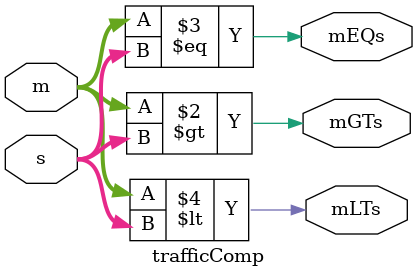
<source format=sv>
`default_nettype none
module trafficComp(
    input logic [2:0] m,
    input logic [2:0] s,
    output logic mGTs,
    output logic mEQs,
    output logic mLTs
    );
    always_comb begin
        mGTs = (m > s);
        mEQs = (m == s);
        mLTs = (m < s);
    end
endmodule

</source>
